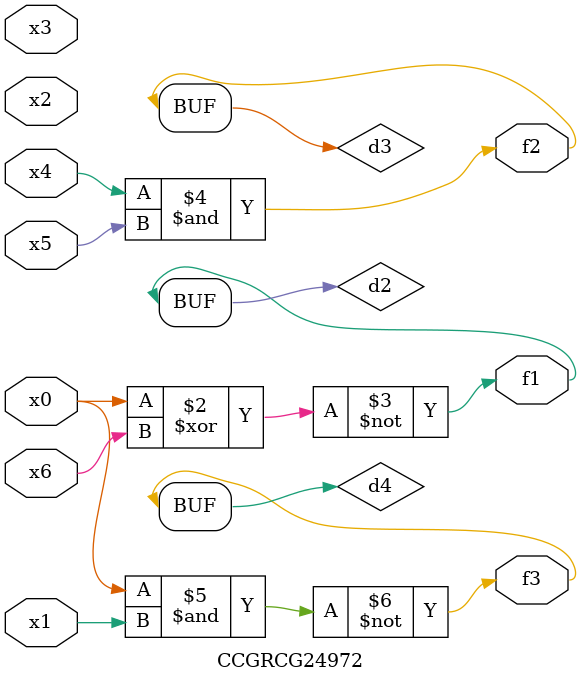
<source format=v>
module CCGRCG24972(
	input x0, x1, x2, x3, x4, x5, x6,
	output f1, f2, f3
);

	wire d1, d2, d3, d4;

	nor (d1, x0);
	xnor (d2, x0, x6);
	and (d3, x4, x5);
	nand (d4, x0, x1);
	assign f1 = d2;
	assign f2 = d3;
	assign f3 = d4;
endmodule

</source>
